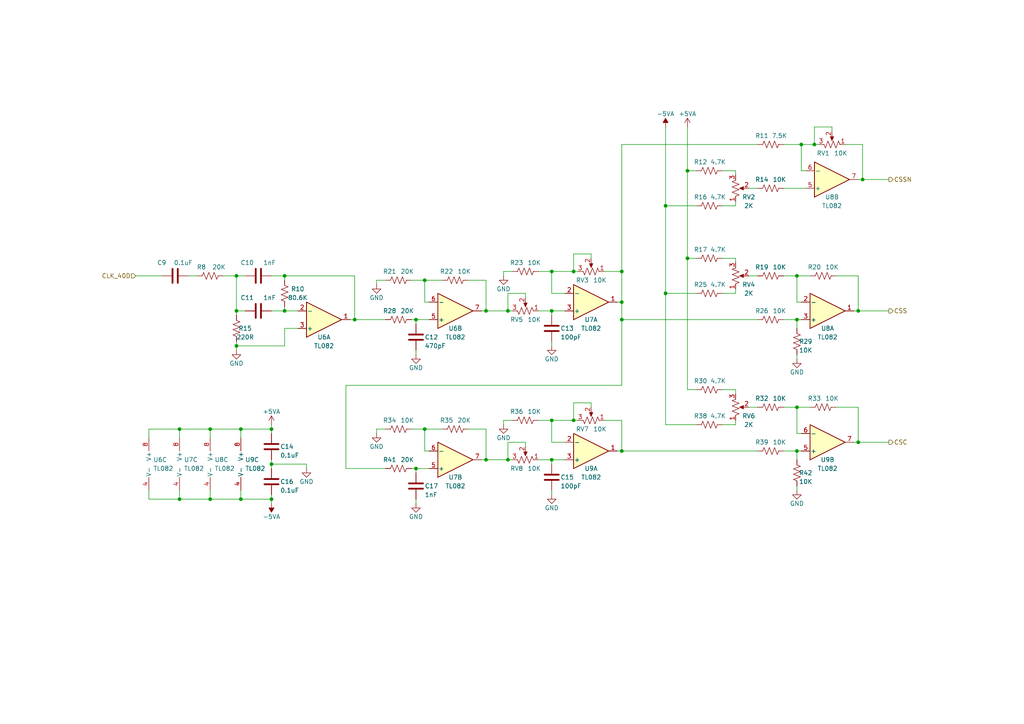
<source format=kicad_sch>
(kicad_sch (version 20231120) (generator "eeschema") (generator_version "8.0")
  (paper "A4")
  (title_block (title "Circle Generator 1") (date "2022-07-29") (rev "1.0"))
  (lib_symbols
    (symbol "Amplifier_Operational:TL082" (pin_names (offset 0.127))
      (property "Reference" "U" (at 0 5.08 0))
      (property "Value" "TL082" (at 0 -5.08 0))
      (symbol "TL082_1_1"
        (polyline (pts (xy -5.08 5.08) (xy 5.08 0) (xy -5.08 -5.08) (xy -5.08 5.08)) (stroke (width 0.254)) (fill (type background)))
        (pin output line (at 7.62 0 180) (length 2.54) (name "~") (number "1"))
        (pin input line (at -7.62 -2.54 0) (length 2.54) (name "-") (number "2"))
        (pin input line (at -7.62 2.54 0) (length 2.54) (name "+") (number "3"))
      )
      (symbol "TL082_2_1"
        (polyline (pts (xy -5.08 5.08) (xy 5.08 0) (xy -5.08 -5.08) (xy -5.08 5.08)) (stroke (width 0.254)) (fill (type background)))
        (pin input line (at -7.62 2.54 0) (length 2.54) (name "+") (number "5"))
        (pin input line (at -7.62 -2.54 0) (length 2.54) (name "-") (number "6"))
        (pin output line (at 7.62 0 180) (length 2.54) (name "~") (number "7"))
      )
      (symbol "TL082_3_1"
        (pin power_in line (at -2.54 -7.62 90) (length 3.81) (name "V-") (number "4"))
        (pin power_in line (at -2.54 7.62 270) (length 3.81) (name "V+") (number "8"))
      )
    )
    (symbol "Device:C" (pin_numbers hide) (pin_names (offset 0.254))
      (property "Reference" "C" (at 0.635 2.54 0))
      (property "Value" "C" (at 0.635 -2.54 0))
      (symbol "C_0_1"
        (polyline (pts (xy -2.032 -0.762) (xy 2.032 -0.762)) (stroke (width 0.508)))
        (polyline (pts (xy -2.032 0.762) (xy 2.032 0.762)) (stroke (width 0.508)))
      )
      (symbol "C_1_1"
        (pin passive line (at 0 3.81 270) (length 2.794) (name "~") (number "1"))
        (pin passive line (at 0 -3.81 90) (length 2.794) (name "~") (number "2"))
      )
    )
    (symbol "Device:R_Potentiometer_US" (pin_names (offset 1.016) hide)
      (property "Reference" "RV" (at -4.445 0 90))
      (property "Value" "R_Potentiometer_US" (at -2.54 0 90))
      (symbol "R_Potentiometer_US_0_1"
        (polyline (pts (xy 0 -2.286) (xy 0 -2.54)))
        (polyline (pts (xy 0 2.54) (xy 0 2.286)))
        (polyline (pts (xy 2.54 0) (xy 1.524 0)))
        (polyline (pts (xy 1.143 0) (xy 2.286 0.508) (xy 2.286 -0.508) (xy 1.143 0)) (fill (type outline)))
        (polyline (pts (xy 0 -0.762) (xy 1.016 -1.143) (xy 0 -1.524) (xy -1.016 -1.905) (xy 0 -2.286)))
        (polyline (pts (xy 0 0.762) (xy 1.016 0.381) (xy 0 0) (xy -1.016 -0.381) (xy 0 -0.762)))
        (polyline (pts (xy 0 2.286) (xy 1.016 1.905) (xy 0 1.524) (xy -1.016 1.143) (xy 0 0.762)))
      )
      (symbol "R_Potentiometer_US_1_1"
        (pin passive line (at 0 3.81 270) (length 1.27) (name "1") (number "1"))
        (pin passive line (at 3.81 0 180) (length 1.27) (name "2") (number "2"))
        (pin passive line (at 0 -3.81 90) (length 1.27) (name "3") (number "3"))
      )
    )
    (symbol "Device:R_US" (pin_numbers hide) (pin_names (offset 0))
      (property "Reference" "R" (at 2.54 0 90))
      (property "Value" "R_US" (at -2.54 0 90))
      (symbol "R_US_0_1"
        (polyline (pts (xy 0 -2.286) (xy 0 -2.54)))
        (polyline (pts (xy 0 2.286) (xy 0 2.54)))
        (polyline (pts (xy 0 -0.762) (xy 1.016 -1.143) (xy 0 -1.524) (xy -1.016 -1.905) (xy 0 -2.286)))
        (polyline (pts (xy 0 0.762) (xy 1.016 0.381) (xy 0 0) (xy -1.016 -0.381) (xy 0 -0.762)))
        (polyline (pts (xy 0 2.286) (xy 1.016 1.905) (xy 0 1.524) (xy -1.016 1.143) (xy 0 0.762)))
      )
      (symbol "R_US_1_1"
        (pin passive line (at 0 3.81 270) (length 1.27) (name "~") (number "1"))
        (pin passive line (at 0 -3.81 90) (length 1.27) (name "~") (number "2"))
      )
    )
    (symbol "power:+5VA" (power) (pin_names (offset 0))
      (property "Value" "+5VA" (at 0 3.556 0))
      (symbol "+5VA_0_1"
        (polyline (pts (xy -0.762 1.27) (xy 0 2.54)))
        (polyline (pts (xy 0 0) (xy 0 2.54)))
        (polyline (pts (xy 0 2.54) (xy 0.762 1.27)))
      )
      (symbol "+5VA_1_1"
        (pin power_in line (at 0 0 90) (length 0) hide (name "+5VA") (number "1"))
      )
    )
    (symbol "power:-5VA" (power) (pin_names (offset 0))
      (property "Value" "-5VA" (at 0 3.81 0))
      (symbol "-5VA_0_0"
        (pin power_in line (at 0 0 90) (length 0) hide (name "-5VA") (number "1"))
      )
      (symbol "-5VA_0_1"
        (polyline (pts (xy 0 0) (xy 0 1.27) (xy 0.762 1.27) (xy 0 2.54) (xy -0.762 1.27) (xy 0 1.27)) (fill (type outline)))
      )
    )
    (symbol "power:GND" (power) (pin_names (offset 0))
      (property "Value" "GND" (at 0 -3.81 0))
      (symbol "GND_0_1"
        (polyline (pts (xy 0 0) (xy 0 -1.27) (xy 1.27 -1.27) (xy 0 -2.54) (xy -1.27 -1.27) (xy 0 -1.27)))
      )
      (symbol "GND_1_1"
        (pin power_in line (at 0 0 270) (length 0) hide (name "GND") (number "1"))
      )
    )
  )
  (junction (at 180.34 87.63))
  (junction (at 248.92 90.17))
  (junction (at 140.97 90.17))
  (junction (at 160.02 78.74))
  (junction (at 68.58 90.17))
  (junction (at 52.07 144.78))
  (junction (at 193.04 85.09))
  (junction (at 78.74 134.62))
  (junction (at 82.55 90.17))
  (junction (at 166.37 121.92))
  (junction (at 78.74 144.78))
  (junction (at 248.92 128.27))
  (junction (at 236.22 41.91))
  (junction (at 166.37 78.74))
  (junction (at 123.19 81.28))
  (junction (at 160.02 121.92))
  (junction (at 68.58 80.01))
  (junction (at 60.96 144.78))
  (junction (at 231.14 130.81))
  (junction (at 231.14 92.71))
  (junction (at 250.19 52.07))
  (junction (at 102.87 92.71))
  (junction (at 69.85 144.78))
  (junction (at 199.39 49.53))
  (junction (at 82.55 80.01))
  (junction (at 147.32 90.17))
  (junction (at 180.34 78.74))
  (junction (at 231.14 118.11))
  (junction (at 140.97 133.35))
  (junction (at 60.96 124.46))
  (junction (at 120.65 135.89))
  (junction (at 193.04 59.69))
  (junction (at 180.34 92.71))
  (junction (at 69.85 124.46))
  (junction (at 120.65 92.71))
  (junction (at 52.07 124.46))
  (junction (at 68.58 100.33))
  (junction (at 160.02 90.17))
  (junction (at 232.41 41.91))
  (junction (at 147.32 133.35))
  (junction (at 123.19 124.46))
  (junction (at 78.74 124.46))
  (junction (at 160.02 133.35))
  (junction (at 180.34 130.81))
  (junction (at 231.14 80.01))
  (junction (at 199.39 74.93))
  (wire (pts (xy 160.02 78.74) (xy 166.37 78.74)))
  (wire (pts (xy 52.07 124.46) (xy 52.07 127)))
  (wire (pts (xy 69.85 124.46) (xy 60.96 124.46)))
  (wire (pts (xy 232.41 41.91) (xy 232.41 49.53)))
  (wire (pts (xy 152.4 86.36) (xy 152.4 85.09)))
  (wire (pts (xy 166.37 121.92) (xy 167.64 121.92)))
  (wire (pts (xy 248.92 90.17) (xy 257.81 90.17)))
  (wire (pts (xy 166.37 116.84) (xy 166.37 121.92)))
  (wire (pts (xy 78.74 123.19) (xy 78.74 124.46)))
  (wire (pts (xy 88.9 134.62) (xy 88.9 135.89)))
  (wire (pts (xy 217.17 118.11) (xy 219.71 118.11)))
  (wire (pts (xy 193.04 36.83) (xy 193.04 59.69)))
  (wire (pts (xy 82.55 100.33) (xy 68.58 100.33)))
  (wire (pts (xy 69.85 144.78) (xy 60.96 144.78)))
  (wire (pts (xy 123.19 124.46) (xy 123.19 130.81)))
  (wire (pts (xy 152.4 128.27) (xy 147.32 128.27)))
  (wire (pts (xy 160.02 90.17) (xy 163.83 90.17)))
  (wire (pts (xy 82.55 88.9) (xy 82.55 90.17)))
  (wire (pts (xy 119.38 81.28) (xy 123.19 81.28)))
  (wire (pts (xy 199.39 49.53) (xy 201.93 49.53)))
  (wire (pts (xy 147.32 85.09) (xy 147.32 90.17)))
  (wire (pts (xy 248.92 128.27) (xy 257.81 128.27)))
  (wire (pts (xy 102.87 92.71) (xy 111.76 92.71)))
  (wire (pts (xy 78.74 124.46) (xy 69.85 124.46)))
  (wire (pts (xy 60.96 144.78) (xy 52.07 144.78)))
  (wire (pts (xy 237.49 41.91) (xy 236.22 41.91)))
  (wire (pts (xy 52.07 124.46) (xy 43.18 124.46)))
  (wire (pts (xy 68.58 90.17) (xy 68.58 91.44)))
  (wire (pts (xy 209.55 49.53) (xy 213.36 49.53)))
  (wire (pts (xy 213.36 113.03) (xy 213.36 114.3)))
  (wire (pts (xy 68.58 100.33) (xy 68.58 101.6)))
  (wire (pts (xy 180.34 78.74) (xy 180.34 87.63)))
  (wire (pts (xy 231.14 130.81) (xy 232.41 130.81)))
  (wire (pts (xy 171.45 74.93) (xy 171.45 73.66)))
  (wire (pts (xy 82.55 90.17) (xy 78.74 90.17)))
  (wire (pts (xy 199.39 36.83) (xy 199.39 49.53)))
  (wire (pts (xy 120.65 92.71) (xy 120.65 93.98)))
  (wire (pts (xy 124.46 87.63) (xy 123.19 87.63)))
  (wire (pts (xy 236.22 36.83) (xy 236.22 41.91)))
  (wire (pts (xy 231.14 102.87) (xy 231.14 104.14)))
  (wire (pts (xy 78.74 134.62) (xy 78.74 135.89)))
  (wire (pts (xy 171.45 118.11) (xy 171.45 116.84)))
  (wire (pts (xy 120.65 144.78) (xy 120.65 146.05)))
  (wire (pts (xy 232.41 125.73) (xy 231.14 125.73)))
  (wire (pts (xy 160.02 133.35) (xy 160.02 134.62)))
  (wire (pts (xy 78.74 144.78) (xy 69.85 144.78)))
  (wire (pts (xy 86.36 95.25) (xy 82.55 95.25)))
  (wire (pts (xy 128.27 124.46) (xy 123.19 124.46)))
  (wire (pts (xy 242.57 80.01) (xy 248.92 80.01)))
  (wire (pts (xy 147.32 133.35) (xy 148.59 133.35)))
  (wire (pts (xy 180.34 87.63) (xy 180.34 92.71)))
  (wire (pts (xy 146.05 121.92) (xy 148.59 121.92)))
  (wire (pts (xy 100.33 111.76) (xy 180.34 111.76)))
  (wire (pts (xy 156.21 133.35) (xy 160.02 133.35)))
  (wire (pts (xy 82.55 90.17) (xy 86.36 90.17)))
  (wire (pts (xy 180.34 41.91) (xy 180.34 78.74)))
  (wire (pts (xy 231.14 130.81) (xy 231.14 133.35)))
  (wire (pts (xy 156.21 90.17) (xy 160.02 90.17)))
  (wire (pts (xy 213.36 49.53) (xy 213.36 50.8)))
  (wire (pts (xy 156.21 78.74) (xy 160.02 78.74)))
  (wire (pts (xy 179.07 130.81) (xy 180.34 130.81)))
  (wire (pts (xy 247.65 90.17) (xy 248.92 90.17)))
  (wire (pts (xy 135.89 124.46) (xy 140.97 124.46)))
  (wire (pts (xy 217.17 54.61) (xy 219.71 54.61)))
  (wire (pts (xy 140.97 124.46) (xy 140.97 133.35)))
  (wire (pts (xy 64.77 80.01) (xy 68.58 80.01)))
  (wire (pts (xy 213.36 58.42) (xy 213.36 59.69)))
  (wire (pts (xy 193.04 123.19) (xy 201.93 123.19)))
  (wire (pts (xy 78.74 80.01) (xy 82.55 80.01)))
  (wire (pts (xy 227.33 54.61) (xy 233.68 54.61)))
  (wire (pts (xy 160.02 121.92) (xy 166.37 121.92)))
  (wire (pts (xy 180.34 121.92) (xy 180.34 130.81)))
  (wire (pts (xy 78.74 133.35) (xy 78.74 134.62)))
  (wire (pts (xy 140.97 90.17) (xy 147.32 90.17)))
  (wire (pts (xy 180.34 92.71) (xy 219.71 92.71)))
  (wire (pts (xy 156.21 121.92) (xy 160.02 121.92)))
  (wire (pts (xy 217.17 80.01) (xy 219.71 80.01)))
  (wire (pts (xy 123.19 81.28) (xy 128.27 81.28)))
  (wire (pts (xy 248.92 128.27) (xy 247.65 128.27)))
  (wire (pts (xy 160.02 85.09) (xy 160.02 78.74)))
  (wire (pts (xy 250.19 41.91) (xy 250.19 52.07)))
  (wire (pts (xy 171.45 73.66) (xy 166.37 73.66)))
  (wire (pts (xy 248.92 80.01) (xy 248.92 90.17)))
  (wire (pts (xy 160.02 142.24) (xy 160.02 143.51)))
  (wire (pts (xy 123.19 81.28) (xy 123.19 87.63)))
  (wire (pts (xy 60.96 124.46) (xy 52.07 124.46)))
  (wire (pts (xy 232.41 49.53) (xy 233.68 49.53)))
  (wire (pts (xy 250.19 52.07) (xy 248.92 52.07)))
  (wire (pts (xy 160.02 99.06) (xy 160.02 100.33)))
  (wire (pts (xy 193.04 85.09) (xy 193.04 123.19)))
  (wire (pts (xy 147.32 128.27) (xy 147.32 133.35)))
  (wire (pts (xy 193.04 59.69) (xy 193.04 85.09)))
  (wire (pts (xy 100.33 111.76) (xy 100.33 135.89)))
  (wire (pts (xy 100.33 135.89) (xy 111.76 135.89)))
  (wire (pts (xy 152.4 85.09) (xy 147.32 85.09)))
  (wire (pts (xy 227.33 92.71) (xy 231.14 92.71)))
  (wire (pts (xy 242.57 118.11) (xy 248.92 118.11)))
  (wire (pts (xy 175.26 78.74) (xy 180.34 78.74)))
  (wire (pts (xy 163.83 128.27) (xy 160.02 128.27)))
  (wire (pts (xy 213.36 74.93) (xy 213.36 76.2)))
  (wire (pts (xy 199.39 113.03) (xy 201.93 113.03)))
  (wire (pts (xy 227.33 41.91) (xy 232.41 41.91)))
  (wire (pts (xy 120.65 101.6) (xy 120.65 102.87)))
  (wire (pts (xy 213.36 59.69) (xy 209.55 59.69)))
  (wire (pts (xy 60.96 142.24) (xy 60.96 144.78)))
  (wire (pts (xy 180.34 92.71) (xy 180.34 111.76)))
  (wire (pts (xy 60.96 124.46) (xy 60.96 127)))
  (wire (pts (xy 109.22 81.28) (xy 111.76 81.28)))
  (wire (pts (xy 180.34 130.81) (xy 219.71 130.81)))
  (wire (pts (xy 78.74 144.78) (xy 78.74 146.05)))
  (wire (pts (xy 199.39 74.93) (xy 199.39 113.03)))
  (wire (pts (xy 119.38 92.71) (xy 120.65 92.71)))
  (wire (pts (xy 102.87 80.01) (xy 102.87 92.71)))
  (wire (pts (xy 135.89 81.28) (xy 140.97 81.28)))
  (wire (pts (xy 193.04 85.09) (xy 201.93 85.09)))
  (wire (pts (xy 232.41 92.71) (xy 231.14 92.71)))
  (wire (pts (xy 231.14 118.11) (xy 234.95 118.11)))
  (wire (pts (xy 43.18 124.46) (xy 43.18 127)))
  (wire (pts (xy 102.87 92.71) (xy 101.6 92.71)))
  (wire (pts (xy 213.36 85.09) (xy 209.55 85.09)))
  (wire (pts (xy 213.36 123.19) (xy 209.55 123.19)))
  (wire (pts (xy 227.33 80.01) (xy 231.14 80.01)))
  (wire (pts (xy 109.22 82.55) (xy 109.22 81.28)))
  (wire (pts (xy 250.19 52.07) (xy 257.81 52.07)))
  (wire (pts (xy 213.36 83.82) (xy 213.36 85.09)))
  (wire (pts (xy 160.02 128.27) (xy 160.02 121.92)))
  (wire (pts (xy 166.37 78.74) (xy 167.64 78.74)))
  (wire (pts (xy 109.22 124.46) (xy 109.22 125.73)))
  (wire (pts (xy 231.14 87.63) (xy 232.41 87.63)))
  (wire (pts (xy 193.04 59.69) (xy 201.93 59.69)))
  (wire (pts (xy 69.85 142.24) (xy 69.85 144.78)))
  (wire (pts (xy 219.71 41.91) (xy 180.34 41.91)))
  (wire (pts (xy 241.3 36.83) (xy 236.22 36.83)))
  (wire (pts (xy 52.07 142.24) (xy 52.07 144.78)))
  (wire (pts (xy 78.74 143.51) (xy 78.74 144.78)))
  (wire (pts (xy 227.33 130.81) (xy 231.14 130.81)))
  (wire (pts (xy 241.3 38.1) (xy 241.3 36.83)))
  (wire (pts (xy 209.55 113.03) (xy 213.36 113.03)))
  (wire (pts (xy 68.58 90.17) (xy 71.12 90.17)))
  (wire (pts (xy 236.22 41.91) (xy 232.41 41.91)))
  (wire (pts (xy 152.4 129.54) (xy 152.4 128.27)))
  (wire (pts (xy 140.97 90.17) (xy 139.7 90.17)))
  (wire (pts (xy 78.74 125.73) (xy 78.74 124.46)))
  (wire (pts (xy 231.14 92.71) (xy 231.14 95.25)))
  (wire (pts (xy 119.38 135.89) (xy 120.65 135.89)))
  (wire (pts (xy 54.61 80.01) (xy 57.15 80.01)))
  (wire (pts (xy 213.36 121.92) (xy 213.36 123.19)))
  (wire (pts (xy 123.19 130.81) (xy 124.46 130.81)))
  (wire (pts (xy 78.74 134.62) (xy 88.9 134.62)))
  (wire (pts (xy 209.55 74.93) (xy 213.36 74.93)))
  (wire (pts (xy 146.05 78.74) (xy 148.59 78.74)))
  (wire (pts (xy 199.39 49.53) (xy 199.39 74.93)))
  (wire (pts (xy 245.11 41.91) (xy 250.19 41.91)))
  (wire (pts (xy 119.38 124.46) (xy 123.19 124.46)))
  (wire (pts (xy 163.83 85.09) (xy 160.02 85.09)))
  (wire (pts (xy 109.22 124.46) (xy 111.76 124.46)))
  (wire (pts (xy 248.92 118.11) (xy 248.92 128.27)))
  (wire (pts (xy 39.37 80.01) (xy 46.99 80.01)))
  (wire (pts (xy 199.39 74.93) (xy 201.93 74.93)))
  (wire (pts (xy 52.07 144.78) (xy 43.18 144.78)))
  (wire (pts (xy 171.45 116.84) (xy 166.37 116.84)))
  (wire (pts (xy 166.37 73.66) (xy 166.37 78.74)))
  (wire (pts (xy 69.85 124.46) (xy 69.85 127)))
  (wire (pts (xy 120.65 135.89) (xy 124.46 135.89)))
  (wire (pts (xy 82.55 95.25) (xy 82.55 100.33)))
  (wire (pts (xy 175.26 121.92) (xy 180.34 121.92)))
  (wire (pts (xy 82.55 80.01) (xy 82.55 81.28)))
  (wire (pts (xy 68.58 80.01) (xy 71.12 80.01)))
  (wire (pts (xy 140.97 81.28) (xy 140.97 90.17)))
  (wire (pts (xy 227.33 118.11) (xy 231.14 118.11)))
  (wire (pts (xy 231.14 140.97) (xy 231.14 142.24)))
  (wire (pts (xy 180.34 87.63) (xy 179.07 87.63)))
  (wire (pts (xy 231.14 125.73) (xy 231.14 118.11)))
  (wire (pts (xy 160.02 90.17) (xy 160.02 91.44)))
  (wire (pts (xy 160.02 133.35) (xy 163.83 133.35)))
  (wire (pts (xy 120.65 92.71) (xy 124.46 92.71)))
  (wire (pts (xy 68.58 99.06) (xy 68.58 100.33)))
  (wire (pts (xy 147.32 90.17) (xy 148.59 90.17)))
  (wire (pts (xy 146.05 80.01) (xy 146.05 78.74)))
  (wire (pts (xy 234.95 80.01) (xy 231.14 80.01)))
  (wire (pts (xy 68.58 80.01) (xy 68.58 90.17)))
  (wire (pts (xy 82.55 80.01) (xy 102.87 80.01)))
  (wire (pts (xy 140.97 133.35) (xy 147.32 133.35)))
  (wire (pts (xy 43.18 142.24) (xy 43.18 144.78)))
  (wire (pts (xy 120.65 135.89) (xy 120.65 137.16)))
  (wire (pts (xy 146.05 123.19) (xy 146.05 121.92)))
  (wire (pts (xy 140.97 133.35) (xy 139.7 133.35)))
  (wire (pts (xy 231.14 80.01) (xy 231.14 87.63)))
  (hierarchical_label "CSSN" (shape output) (at 257.81 52.07 0))
  (hierarchical_label "CSC" (shape output) (at 257.81 128.27 0))
  (hierarchical_label "CSS" (shape output) (at 257.81 90.17 0))
  (hierarchical_label "CLK_40D" (shape input) (at 39.37 80.01 180))
  (symbol (lib_id "Amplifier_Operational:TL082") (at 63.5 134.62 0) (unit 3)
    (property "Reference" "U8" (at 62.23 133.3499 0) (effects (justify left)))
    (property "Value" "TL082" (at 62.23 135.8899 0) (effects (justify left)))
    (property "Footprint" "Package_DIP:DIP-8_W7.62mm_Socket" (effects (hide yes)))
    (property "Datasheet" "http://www.ti.com/lit/ds/symlink/tl081.pdf" (effects (hide yes)))
  )
  (symbol (lib_id "power:GND") (at 120.65 146.05 0) (unit 1)
    (property "Reference" "#PWR042" (effects (hide yes)))
    (property "Value" "GND" (at 120.65 149.86 0))
  )
  (symbol (lib_id "Device:R_US") (at 238.76 80.01 270) (unit 1)
    (property "Reference" "R20" (at 236.22 77.47 90))
    (property "Value" "10K" (at 241.3 77.47 90))
    (property "Footprint" "sc_11:RES-H10_16-D2_5L7_5" (effects (hide yes)))
  )
  (symbol (lib_id "Amplifier_Operational:TL082") (at 171.45 87.63 0) (mirror x) (unit 1)
    (property "Reference" "U7" (at 171.45 92.71 0))
    (property "Value" "TL082" (at 171.45 95.25 0))
    (property "Footprint" "Package_DIP:DIP-8_W7.62mm_Socket" (effects (hide yes)))
    (property "Datasheet" "http://www.ti.com/lit/ds/symlink/tl081.pdf" (effects (hide yes)))
  )
  (symbol (lib_id "power:GND") (at 231.14 142.24 0) (unit 1)
    (property "Reference" "#PWR039" (effects (hide yes)))
    (property "Value" "GND" (at 231.14 146.05 0))
  )
  (symbol (lib_id "Device:C") (at 78.74 129.54 0) (unit 1)
    (property "Reference" "C14" (at 81.28 129.54 0) (effects (justify left)))
    (property "Value" "0.1uF" (at 81.28 132.08 0) (effects (justify left)))
    (property "Footprint" "sc_11:C_Rect_L5.5mm_W4.0mm_P5.00mm" (effects (hide yes)))
  )
  (symbol (lib_id "Device:C") (at 78.74 139.7 0) (unit 1)
    (property "Reference" "C16" (at 81.28 139.7 0) (effects (justify left)))
    (property "Value" "0.1uF" (at 81.28 142.24 0) (effects (justify left)))
    (property "Footprint" "sc_11:C_Rect_L5.5mm_W4.0mm_P5.00mm" (effects (hide yes)))
  )
  (symbol (lib_id "Device:R_Potentiometer_US") (at 213.36 118.11 0) (mirror x) (unit 1)
    (property "Reference" "RV6" (at 217.17 120.65 0))
    (property "Value" "2K" (at 217.17 123.19 0))
    (property "Footprint" "sc_11:RP-3362S" (effects (hide yes)))
  )
  (symbol (lib_id "Device:R_US") (at 231.14 137.16 0) (unit 1)
    (property "Reference" "R42" (at 233.68 137.16 0))
    (property "Value" "10K" (at 233.68 139.7 0))
    (property "Footprint" "sc_11:RES-H10_16-D2_5L7_5" (effects (hide yes)))
  )
  (symbol (lib_id "Device:R_US") (at 223.52 54.61 270) (unit 1)
    (property "Reference" "R14" (at 220.98 52.07 90))
    (property "Value" "10K" (at 226.06 52.07 90))
    (property "Footprint" "sc_11:RES-H10_16-D2_5L7_5" (effects (hide yes)))
  )
  (symbol (lib_id "Amplifier_Operational:TL082") (at 132.08 90.17 0) (mirror x) (unit 2)
    (property "Reference" "U6" (at 132.08 95.25 0))
    (property "Value" "TL082" (at 132.08 97.79 0))
    (property "Footprint" "Package_DIP:DIP-8_W7.62mm_Socket" (effects (hide yes)))
    (property "Datasheet" "http://www.ti.com/lit/ds/symlink/tl081.pdf" (effects (hide yes)))
  )
  (symbol (lib_id "power:GND") (at 68.58 101.6 0) (unit 1)
    (property "Reference" "#PWR032" (effects (hide yes)))
    (property "Value" "GND" (at 68.58 105.41 0))
  )
  (symbol (lib_id "Device:R_Potentiometer_US") (at 152.4 90.17 270) (mirror x) (unit 1)
    (property "Reference" "RV5" (at 149.86 92.71 90))
    (property "Value" "10K" (at 154.94 92.71 90))
    (property "Footprint" "sc_11:RP-3362S" (effects (hide yes)))
  )
  (symbol (lib_id "Device:R_US") (at 223.52 41.91 270) (unit 1)
    (property "Reference" "R11" (at 220.98 39.37 90))
    (property "Value" "7.5K" (at 226.06 39.37 90))
    (property "Footprint" "sc_11:RES-H10_16-D2_5L7_5" (effects (hide yes)))
  )
  (symbol (lib_id "Device:R_US") (at 238.76 118.11 270) (unit 1)
    (property "Reference" "R33" (at 236.22 115.57 90))
    (property "Value" "10K" (at 241.3 115.57 90))
    (property "Footprint" "sc_11:RES-H10_16-D2_5L7_5" (effects (hide yes)))
  )
  (symbol (lib_id "Device:R_US") (at 205.74 49.53 270) (unit 1)
    (property "Reference" "R12" (at 203.2 46.99 90))
    (property "Value" "4.7K" (at 208.28 46.99 90))
    (property "Footprint" "sc_11:RES-H10_16-D2_5L7_5" (effects (hide yes)))
  )
  (symbol (lib_id "power:GND") (at 146.05 80.01 0) (unit 1)
    (property "Reference" "#PWR029" (effects (hide yes)))
    (property "Value" "GND" (at 146.05 83.82 0))
  )
  (symbol (lib_id "power:GND") (at 231.14 104.14 0) (unit 1)
    (property "Reference" "#PWR034" (effects (hide yes)))
    (property "Value" "GND" (at 231.14 107.95 0))
  )
  (symbol (lib_id "Device:R_Potentiometer_US") (at 241.3 41.91 270) (mirror x) (unit 1)
    (property "Reference" "RV1" (at 238.76 44.45 90))
    (property "Value" "10K" (at 243.84 44.45 90))
    (property "Footprint" "sc_11:RP-3362S" (effects (hide yes)))
  )
  (symbol (lib_id "Device:R_US") (at 223.52 118.11 270) (unit 1)
    (property "Reference" "R32" (at 220.98 115.57 90))
    (property "Value" "10K" (at 226.06 115.57 90))
    (property "Footprint" "sc_11:RES-H10_16-D2_5L7_5" (effects (hide yes)))
  )
  (symbol (lib_id "Device:R_Potentiometer_US") (at 171.45 121.92 270) (mirror x) (unit 1)
    (property "Reference" "RV7" (at 168.91 124.46 90))
    (property "Value" "10K" (at 173.99 124.46 90))
    (property "Footprint" "sc_11:RP-3362S" (effects (hide yes)))
  )
  (symbol (lib_id "Device:R_US") (at 115.57 124.46 270) (unit 1)
    (property "Reference" "R34" (at 113.03 121.92 90))
    (property "Value" "10K" (at 118.11 121.92 90))
    (property "Footprint" "sc_11:RES-H10_16-D2_5L7_5" (effects (hide yes)))
  )
  (symbol (lib_id "power:+5VA") (at 199.39 36.83 0) (unit 1)
    (property "Reference" "#PWR028" (effects (hide yes)))
    (property "Value" "+5VA" (at 199.39 33.02 0))
  )
  (symbol (lib_id "power:GND") (at 146.05 123.19 0) (unit 1)
    (property "Reference" "#PWR036" (effects (hide yes)))
    (property "Value" "GND" (at 146.05 127 0))
  )
  (symbol (lib_id "power:-5VA") (at 193.04 36.83 0) (unit 1)
    (property "Reference" "#PWR027" (effects (hide yes)))
    (property "Value" "-5VA" (at 193.04 33.02 0))
  )
  (symbol (lib_id "power:GND") (at 160.02 143.51 0) (unit 1)
    (property "Reference" "#PWR040" (effects (hide yes)))
    (property "Value" "GND" (at 160.02 147.32 0))
  )
  (symbol (lib_id "Device:R_US") (at 60.96 80.01 270) (unit 1)
    (property "Reference" "R8" (at 58.42 77.47 90))
    (property "Value" "20K" (at 63.5 77.47 90))
    (property "Footprint" "sc_11:RES-H10_16-D2_5L7_5" (effects (hide yes)))
  )
  (symbol (lib_id "Device:R_US") (at 115.57 81.28 270) (unit 1)
    (property "Reference" "R21" (at 113.03 78.74 90))
    (property "Value" "20K" (at 118.11 78.74 90))
    (property "Footprint" "sc_11:RES-H10_16-D2_5L7_5" (effects (hide yes)))
  )
  (symbol (lib_id "power:GND") (at 109.22 125.73 0) (unit 1)
    (property "Reference" "#PWR037" (effects (hide yes)))
    (property "Value" "GND" (at 109.22 129.54 0))
  )
  (symbol (lib_id "Device:R_US") (at 223.52 92.71 270) (unit 1)
    (property "Reference" "R26" (at 220.98 90.17 90))
    (property "Value" "10K" (at 226.06 90.17 90))
    (property "Footprint" "sc_11:RES-H10_16-D2_5L7_5" (effects (hide yes)))
  )
  (symbol (lib_id "Amplifier_Operational:TL082") (at 132.08 133.35 0) (mirror x) (unit 2)
    (property "Reference" "U7" (at 132.08 138.43 0))
    (property "Value" "TL082" (at 132.08 140.97 0))
    (property "Footprint" "Package_DIP:DIP-8_W7.62mm_Socket" (effects (hide yes)))
    (property "Datasheet" "http://www.ti.com/lit/ds/symlink/tl081.pdf" (effects (hide yes)))
  )
  (symbol (lib_id "Device:C") (at 74.93 90.17 90) (unit 1)
    (property "Reference" "C11" (at 73.66 86.36 90) (effects (justify left)))
    (property "Value" "1nF" (at 80.01 86.36 90) (effects (justify left)))
    (property "Footprint" "sc_11:C_Rect_L5.5mm_W4.0mm_P5.00mm" (effects (hide yes)))
  )
  (symbol (lib_id "power:GND") (at 120.65 102.87 0) (unit 1)
    (property "Reference" "#PWR033" (effects (hide yes)))
    (property "Value" "GND" (at 120.65 106.68 0))
  )
  (symbol (lib_id "Device:R_US") (at 115.57 92.71 270) (unit 1)
    (property "Reference" "R28" (at 113.03 90.17 90))
    (property "Value" "20K" (at 118.11 90.17 90))
    (property "Footprint" "sc_11:RES-H10_16-D2_5L7_5" (effects (hide yes)))
  )
  (symbol (lib_id "Device:R_US") (at 223.52 130.81 270) (unit 1)
    (property "Reference" "R39" (at 220.98 128.27 90))
    (property "Value" "10K" (at 226.06 128.27 90))
    (property "Footprint" "sc_11:RES-H10_16-D2_5L7_5" (effects (hide yes)))
  )
  (symbol (lib_id "Device:C") (at 50.8 80.01 90) (unit 1)
    (property "Reference" "C9" (at 48.26 76.2 90) (effects (justify left)))
    (property "Value" "0.1uF" (at 55.88 76.2 90) (effects (justify left)))
    (property "Footprint" "sc_11:C_Rect_L5.5mm_W4.0mm_P5.00mm" (effects (hide yes)))
  )
  (symbol (lib_id "power:GND") (at 109.22 82.55 0) (unit 1)
    (property "Reference" "#PWR030" (effects (hide yes)))
    (property "Value" "GND" (at 109.22 86.36 0))
  )
  (symbol (lib_id "power:-5VA") (at 78.74 146.05 180) (unit 1)
    (property "Reference" "#PWR041" (effects (hide yes)))
    (property "Value" "-5VA" (at 78.74 149.86 0))
  )
  (symbol (lib_id "Amplifier_Operational:TL082") (at 93.98 92.71 0) (mirror x) (unit 1)
    (property "Reference" "U6" (at 93.98 97.79 0))
    (property "Value" "TL082" (at 93.98 100.33 0))
    (property "Footprint" "Package_DIP:DIP-8_W7.62mm_Socket" (effects (hide yes)))
    (property "Datasheet" "http://www.ti.com/lit/ds/symlink/tl081.pdf" (effects (hide yes)))
  )
  (symbol (lib_id "Amplifier_Operational:TL082") (at 45.72 134.62 0) (unit 3)
    (property "Reference" "U6" (at 44.45 133.35 0) (effects (justify left)))
    (property "Value" "TL082" (at 44.45 135.89 0) (effects (justify left)))
    (property "Footprint" "Package_DIP:DIP-8_W7.62mm_Socket" (effects (hide yes)))
    (property "Datasheet" "http://www.ti.com/lit/ds/symlink/tl081.pdf" (effects (hide yes)))
  )
  (symbol (lib_id "Device:C") (at 160.02 138.43 0) (unit 1)
    (property "Reference" "C15" (at 162.56 138.43 0) (effects (justify left)))
    (property "Value" "100pF" (at 162.56 140.97 0) (effects (justify left)))
    (property "Footprint" "sc_11:C_Rect_L5.5mm_W4.0mm_P5.00mm" (effects (hide yes)))
  )
  (symbol (lib_id "Device:C") (at 160.02 95.25 0) (unit 1)
    (property "Reference" "C13" (at 162.56 95.25 0) (effects (justify left)))
    (property "Value" "100pF" (at 162.56 97.79 0) (effects (justify left)))
    (property "Footprint" "sc_11:C_Rect_L5.5mm_W4.0mm_P5.00mm" (effects (hide yes)))
  )
  (symbol (lib_id "Device:C") (at 120.65 97.79 0) (unit 1)
    (property "Reference" "C12" (at 123.19 97.79 0) (effects (justify left)))
    (property "Value" "470pF" (at 123.19 100.33 0) (effects (justify left)))
    (property "Footprint" "sc_11:C_Rect_L5.5mm_W4.0mm_P5.00mm" (effects (hide yes)))
  )
  (symbol (lib_id "Amplifier_Operational:TL082") (at 171.45 130.81 0) (mirror x) (unit 1)
    (property "Reference" "U9" (at 171.45 135.89 0))
    (property "Value" "TL082" (at 171.45 138.43 0))
    (property "Footprint" "Package_DIP:DIP-8_W7.62mm_Socket" (effects (hide yes)))
    (property "Datasheet" "http://www.ti.com/lit/ds/symlink/tl081.pdf" (effects (hide yes)))
  )
  (symbol (lib_id "Amplifier_Operational:TL082") (at 240.03 90.17 0) (mirror x) (unit 1)
    (property "Reference" "U8" (at 240.03 95.25 0))
    (property "Value" "TL082" (at 240.03 97.79 0))
    (property "Footprint" "Package_DIP:DIP-8_W7.62mm_Socket" (effects (hide yes)))
    (property "Datasheet" "http://www.ti.com/lit/ds/symlink/tl081.pdf" (effects (hide yes)))
  )
  (symbol (lib_id "power:GND") (at 160.02 100.33 0) (unit 1)
    (property "Reference" "#PWR031" (effects (hide yes)))
    (property "Value" "GND" (at 160.02 104.14 0))
  )
  (symbol (lib_id "Device:R_US") (at 205.74 74.93 270) (unit 1)
    (property "Reference" "R17" (at 203.2 72.39 90))
    (property "Value" "4.7K" (at 208.28 72.39 90))
    (property "Footprint" "sc_11:RES-H10_16-D2_5L7_5" (effects (hide yes)))
  )
  (symbol (lib_id "Device:R_US") (at 115.57 135.89 270) (unit 1)
    (property "Reference" "R41" (at 113.03 133.35 90))
    (property "Value" "20K" (at 118.11 133.35 90))
    (property "Footprint" "sc_11:RES-H10_16-D2_5L7_5" (effects (hide yes)))
  )
  (symbol (lib_id "Amplifier_Operational:TL082") (at 240.03 128.27 0) (mirror x) (unit 2)
    (property "Reference" "U9" (at 240.03 133.35 0))
    (property "Value" "TL082" (at 240.03 135.89 0))
    (property "Footprint" "Package_DIP:DIP-8_W7.62mm_Socket" (effects (hide yes)))
    (property "Datasheet" "http://www.ti.com/lit/ds/symlink/tl081.pdf" (effects (hide yes)))
  )
  (symbol (lib_id "Device:R_US") (at 231.14 99.06 0) (unit 1)
    (property "Reference" "R29" (at 233.68 99.06 0))
    (property "Value" "10K" (at 233.68 101.6 0))
    (property "Footprint" "sc_11:RES-H10_16-D2_5L7_5" (effects (hide yes)))
  )
  (symbol (lib_id "Device:R_US") (at 205.74 59.69 270) (unit 1)
    (property "Reference" "R16" (at 203.2 57.15 90))
    (property "Value" "4.7K" (at 208.28 57.15 90))
    (property "Footprint" "sc_11:RES-H10_16-D2_5L7_5" (effects (hide yes)))
  )
  (symbol (lib_id "Amplifier_Operational:TL082") (at 72.39 134.62 0) (unit 3)
    (property "Reference" "U9" (at 71.12 133.3499 0) (effects (justify left)))
    (property "Value" "TL082" (at 71.12 135.8899 0) (effects (justify left)))
    (property "Footprint" "Package_DIP:DIP-8_W7.62mm_Socket" (effects (hide yes)))
    (property "Datasheet" "http://www.ti.com/lit/ds/symlink/tl081.pdf" (effects (hide yes)))
  )
  (symbol (lib_id "Device:R_Potentiometer_US") (at 152.4 133.35 270) (mirror x) (unit 1)
    (property "Reference" "RV8" (at 149.86 135.89 90))
    (property "Value" "10K" (at 154.94 135.89 90))
    (property "Footprint" "sc_11:RP-3362S" (effects (hide yes)))
  )
  (symbol (lib_id "Amplifier_Operational:TL082") (at 241.3 52.07 0) (mirror x) (unit 2)
    (property "Reference" "U8" (at 241.3 57.15 0))
    (property "Value" "TL082" (at 241.3 59.69 0))
    (property "Footprint" "Package_DIP:DIP-8_W7.62mm_Socket" (effects (hide yes)))
    (property "Datasheet" "http://www.ti.com/lit/ds/symlink/tl081.pdf" (effects (hide yes)))
  )
  (symbol (lib_id "Device:R_US") (at 68.58 95.25 180) (unit 1)
    (property "Reference" "R15" (at 71.12 95.25 0))
    (property "Value" "220R" (at 71.12 97.79 0))
    (property "Footprint" "sc_11:RES-H10_16-D2_5L7_5" (effects (hide yes)))
  )
  (symbol (lib_id "Device:R_US") (at 152.4 121.92 270) (unit 1)
    (property "Reference" "R36" (at 149.86 119.38 90))
    (property "Value" "10K" (at 154.94 119.38 90))
    (property "Footprint" "sc_11:RES-H10_16-D2_5L7_5" (effects (hide yes)))
  )
  (symbol (lib_id "Device:R_US") (at 205.74 113.03 270) (unit 1)
    (property "Reference" "R30" (at 203.2 110.49 90))
    (property "Value" "4.7K" (at 208.28 110.49 90))
    (property "Footprint" "sc_11:RES-H10_16-D2_5L7_5" (effects (hide yes)))
  )
  (symbol (lib_id "Device:C") (at 74.93 80.01 90) (unit 1)
    (property "Reference" "C10" (at 73.66 76.2 90) (effects (justify left)))
    (property "Value" "1nF" (at 80.01 76.2 90) (effects (justify left)))
    (property "Footprint" "sc_11:C_Rect_L5.5mm_W4.0mm_P5.00mm" (effects (hide yes)))
  )
  (symbol (lib_id "Amplifier_Operational:TL082") (at 54.61 134.62 0) (unit 3)
    (property "Reference" "U7" (at 53.34 133.3499 0) (effects (justify left)))
    (property "Value" "TL082" (at 53.34 135.8899 0) (effects (justify left)))
    (property "Footprint" "Package_DIP:DIP-8_W7.62mm_Socket" (effects (hide yes)))
    (property "Datasheet" "http://www.ti.com/lit/ds/symlink/tl081.pdf" (effects (hide yes)))
  )
  (symbol (lib_id "Device:R_US") (at 132.08 124.46 270) (unit 1)
    (property "Reference" "R35" (at 129.54 121.92 90))
    (property "Value" "20K" (at 134.62 121.92 90))
    (property "Footprint" "sc_11:RES-H10_16-D2_5L7_5" (effects (hide yes)))
  )
  (symbol (lib_id "Device:R_US") (at 82.55 85.09 180) (unit 1)
    (property "Reference" "R10" (at 86.36 83.82 0))
    (property "Value" "80.6K" (at 86.36 86.36 0))
    (property "Footprint" "sc_11:RES-H10_16-D2_5L7_5" (effects (hide yes)))
  )
  (symbol (lib_id "power:GND") (at 88.9 135.89 0) (unit 1)
    (property "Reference" "#PWR038" (effects (hide yes)))
    (property "Value" "GND" (at 88.9 139.7 0))
  )
  (symbol (lib_id "Device:R_Potentiometer_US") (at 213.36 54.61 0) (mirror x) (unit 1)
    (property "Reference" "RV2" (at 217.17 57.15 0))
    (property "Value" "2K" (at 217.17 59.69 0))
    (property "Footprint" "sc_11:RP-3362S" (effects (hide yes)))
  )
  (symbol (lib_id "Device:R_US") (at 205.74 85.09 270) (unit 1)
    (property "Reference" "R25" (at 203.2 82.55 90))
    (property "Value" "4.7K" (at 208.28 82.55 90))
    (property "Footprint" "sc_11:RES-H10_16-D2_5L7_5" (effects (hide yes)))
  )
  (symbol (lib_id "Device:R_US") (at 152.4 78.74 270) (unit 1)
    (property "Reference" "R23" (at 149.86 76.2 90))
    (property "Value" "10K" (at 154.94 76.2 90))
    (property "Footprint" "sc_11:RES-H10_16-D2_5L7_5" (effects (hide yes)))
  )
  (symbol (lib_id "Device:R_Potentiometer_US") (at 171.45 78.74 270) (mirror x) (unit 1)
    (property "Reference" "RV3" (at 168.91 81.28 90))
    (property "Value" "10K" (at 173.99 81.28 90))
    (property "Footprint" "sc_11:RP-3362S" (effects (hide yes)))
  )
  (symbol (lib_id "Device:R_US") (at 223.52 80.01 270) (unit 1)
    (property "Reference" "R19" (at 220.98 77.47 90))
    (property "Value" "10K" (at 226.06 77.47 90))
    (property "Footprint" "sc_11:RES-H10_16-D2_5L7_5" (effects (hide yes)))
  )
  (symbol (lib_id "Device:C") (at 120.65 140.97 0) (unit 1)
    (property "Reference" "C17" (at 123.19 140.97 0) (effects (justify left)))
    (property "Value" "1nF" (at 123.19 143.51 0) (effects (justify left)))
    (property "Footprint" "sc_11:C_Rect_L5.5mm_W4.0mm_P5.00mm" (effects (hide yes)))
  )
  (symbol (lib_id "Device:R_Potentiometer_US") (at 213.36 80.01 0) (mirror x) (unit 1)
    (property "Reference" "RV4" (at 217.17 82.55 0))
    (property "Value" "2K" (at 217.17 85.09 0))
    (property "Footprint" "sc_11:RP-3362S" (effects (hide yes)))
  )
  (symbol (lib_id "Device:R_US") (at 205.74 123.19 270) (unit 1)
    (property "Reference" "R38" (at 203.2 120.65 90))
    (property "Value" "4.7K" (at 208.28 120.65 90))
    (property "Footprint" "sc_11:RES-H10_16-D2_5L7_5" (effects (hide yes)))
  )
  (symbol (lib_id "power:+5VA") (at 78.74 123.19 0) (unit 1)
    (property "Reference" "#PWR035" (effects (hide yes)))
    (property "Value" "+5VA" (at 78.74 119.38 0))
  )
  (symbol (lib_id "Device:R_US") (at 132.08 81.28 270) (unit 1)
    (property "Reference" "R22" (at 129.54 78.74 90))
    (property "Value" "10K" (at 134.62 78.74 90))
    (property "Footprint" "sc_11:RES-H10_16-D2_5L7_5" (effects (hide yes)))
  )
)
</source>
